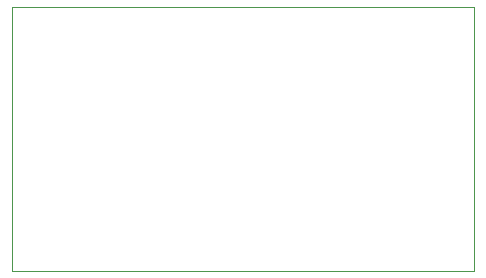
<source format=gbr>
%TF.GenerationSoftware,KiCad,Pcbnew,6.0.4-1.fc35*%
%TF.CreationDate,2022-05-01T22:12:08+02:00*%
%TF.ProjectId,raspi_water_counter,72617370-695f-4776-9174-65725f636f75,rev?*%
%TF.SameCoordinates,Original*%
%TF.FileFunction,Profile,NP*%
%FSLAX46Y46*%
G04 Gerber Fmt 4.6, Leading zero omitted, Abs format (unit mm)*
G04 Created by KiCad (PCBNEW 6.0.4-1.fc35) date 2022-05-01 22:12:08*
%MOMM*%
%LPD*%
G01*
G04 APERTURE LIST*
%TA.AperFunction,Profile*%
%ADD10C,0.050000*%
%TD*%
G04 APERTURE END LIST*
D10*
X108204000Y-68072000D02*
X108204000Y-45720000D01*
X108204000Y-45720000D02*
X147320000Y-45720000D01*
X147320000Y-45720000D02*
X147320000Y-68072000D01*
X147320000Y-68072000D02*
X108204000Y-68072000D01*
M02*

</source>
